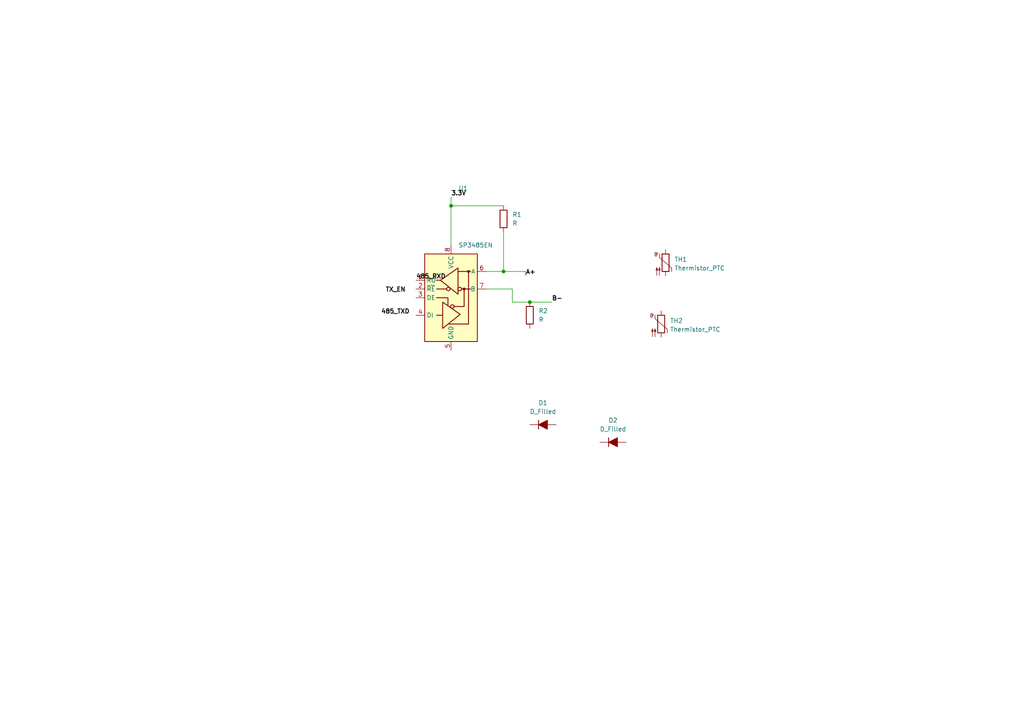
<source format=kicad_sch>
(kicad_sch (version 20250114) (generator "eeschema") (generator_version "9.0")
  (paper "A4")
  (lib_symbols
    (symbol "Device:D_Filled" (pin_numbers (hide yes)) (pin_names (offset 1.016) (hide yes))
      (property "Reference" "D" (at 0 2.54 0))
      (property "Value" "D_Filled" (at 0 -2.54 0))
      (symbol "D_Filled_0_1"
        (polyline (pts (xy -1.27 1.27) (xy -1.27 -1.27)) (stroke (width 0.254)))
        (polyline (pts (xy 1.27 1.27) (xy 1.27 -1.27) (xy -1.27 0) (xy 1.27 1.27)) (stroke (width 0.254)) (fill (type outline)))
        (polyline (pts (xy 1.27 0) (xy -1.27 0)))
      )
      (symbol "D_Filled_1_1"
        (pin passive line (at -3.81 0 0) (length 2.54) (name "K") (number "1"))
        (pin passive line (at 3.81 0 180) (length 2.54) (name "A") (number "2"))
      )
    )
    (symbol "Device:R" (pin_numbers (hide yes)) (pin_names (offset 0))
      (property "Reference" "R" (at 2.032 0 90))
      (property "Value" "R" (at 0 0 90))
      (symbol "R_0_1"
        (rectangle (start -1.016 -2.54) (end 1.016 2.54) (stroke (width 0.254)))
      )
      (symbol "R_1_1"
        (pin passive line (at 0 3.81 270) (length 1.27) (name "~") (number "1"))
        (pin passive line (at 0 -3.81 90) (length 1.27) (name "~") (number "2"))
      )
    )
    (symbol "Device:Thermistor_PTC" (pin_numbers (hide yes)) (pin_names (offset 0))
      (property "Reference" "TH" (at -4.064 0 90))
      (property "Value" "Thermistor_PTC" (at 3.048 0 90))
      (symbol "Thermistor_PTC_0_1"
        (arc (start -3.175 2.413) (mid -3.0506 2.3165) (end -3.048 2.159))
        (arc (start -3.048 2.794) (mid -2.9736 2.9736) (end -2.794 3.048))
        (arc (start -2.794 3.048) (mid -2.6144 2.9736) (end -2.54 2.794))
        (arc (start -2.794 2.54) (mid -2.9736 2.6144) (end -3.048 2.794))
        (arc (start -2.794 1.905) (mid -2.9736 1.9794) (end -3.048 2.159))
        (arc (start -2.54 2.159) (mid -2.6144 1.9794) (end -2.794 1.905))
        (arc (start -2.159 2.794) (mid -2.434 2.5608) (end -2.794 2.54))
        (polyline (pts (xy -2.54 2.159) (xy -2.54 2.794)))
        (polyline (pts (xy -2.54 -3.683) (xy -2.54 -1.397) (xy -2.794 -2.159) (xy -2.286 -2.159) (xy -2.54 -1.397) (xy -2.54 -1.651)) (fill (type outline)))
        (polyline (pts (xy -1.778 2.54) (xy -1.778 1.524) (xy 1.778 -1.524) (xy 1.778 -2.54)))
        (polyline (pts (xy -1.778 -3.683) (xy -1.778 -1.397) (xy -2.032 -2.159) (xy -1.524 -2.159) (xy -1.778 -1.397) (xy -1.778 -1.651)) (fill (type outline)))
        (rectangle (start -1.016 2.54) (end 1.016 -2.54) (stroke (width 0.254)))
      )
      (symbol "Thermistor_PTC_1_1"
        (pin passive line (at 0 3.81 270) (length 1.27) (name "~") (number "1"))
        (pin passive line (at 0 -3.81 90) (length 1.27) (name "~") (number "2"))
      )
    )
    (symbol "Interface_UART:SP3485EN"
      (property "Reference" "U" (at -7.62 13.97 0))
      (property "Value" "SP3485EN" (at 1.905 13.97 0))
      (symbol "SP3485EN_0_1"
        (rectangle (start -7.62 12.7) (end 7.62 -12.7) (stroke (width 0.254)) (fill (type background)))
        (polyline (pts (xy -4.191 2.54) (xy -1.27 2.54)) (stroke (width 0.254)))
        (polyline (pts (xy -4.191 0) (xy -0.889 0) (xy -0.889 -2.286)) (stroke (width 0.254)))
        (polyline (pts (xy -3.175 5.08) (xy -4.191 5.08) (xy -4.064 5.08)) (stroke (width 0.254)))
        (polyline (pts (xy -2.54 -5.08) (xy -4.191 -5.08)) (stroke (width 0.254)))
        (polyline (pts (xy -2.413 -5.08) (xy -2.413 -1.27) (xy 2.667 -4.826) (xy -2.413 -8.89) (xy -2.413 -5.08)) (stroke (width 0.254)))
        (polyline (pts (xy -0.635 -7.62) (xy 5.08 -7.62)) (stroke (width 0.254)))
        (circle (center 0.381 -2.54) (radius 0.508) (stroke (width 0.254)))
        (polyline (pts (xy 0.889 -2.54) (xy 3.81 -2.54)) (stroke (width 0.254)))
        (polyline (pts (xy 2.032 7.62) (xy 5.715 7.62)) (stroke (width 0.254)))
        (polyline (pts (xy 3.048 2.54) (xy 5.715 2.54)) (stroke (width 0.254)))
        (circle (center 3.81 2.54) (radius 0.2794) (stroke (width 0.254)) (fill (type outline)))
        (polyline (pts (xy 3.81 -2.54) (xy 3.81 2.54)) (stroke (width 0.254)))
        (polyline (pts (xy 5.08 -7.62) (xy 5.08 7.62)) (stroke (width 0.254)))
      )
      (symbol "SP3485EN_1_1"
        (circle (center -0.762 2.54) (radius 0.508) (stroke (width 0.254)))
        (polyline (pts (xy 2.032 4.826) (xy 2.032 8.636) (xy -3.048 5.08) (xy 2.032 1.016) (xy 2.032 4.826)) (stroke (width 0.254)))
        (circle (center 2.54 2.54) (radius 0.508) (stroke (width 0.254)))
        (circle (center 5.08 7.62) (radius 0.2794) (stroke (width 0.254)) (fill (type outline)))
        (pin output line (at -10.16 5.08 0) (length 2.54) (name "RO") (number "1"))
        (pin input line (at -10.16 2.54 0) (length 2.54) (name "~{RE}") (number "2"))
        (pin input line (at -10.16 0 0) (length 2.54) (name "DE") (number "3"))
        (pin input line (at -10.16 -5.08 0) (length 2.54) (name "DI") (number "4"))
        (pin power_in line (at 0 15.24 270) (length 2.54) (name "VCC") (number "8"))
        (pin power_in line (at 0 -15.24 90) (length 2.54) (name "GND") (number "5"))
        (pin bidirectional line (at 10.16 7.62 180) (length 2.54) (name "A") (number "6"))
        (pin bidirectional line (at 10.16 2.54 180) (length 2.54) (name "B") (number "7"))
      )
    )
  )
  (junction (at 130.81 59.69))
  (junction (at 146.05 78.74))
  (junction (at 153.67 87.63))
  (wire (pts (xy 153.67 87.63) (xy 160.02 87.63)))
  (wire (pts (xy 130.81 59.69) (xy 146.05 59.69)))
  (wire (pts (xy 152.4 78.74) (xy 152.4 80.01)))
  (wire (pts (xy 148.59 87.63) (xy 153.67 87.63)))
  (wire (pts (xy 148.59 83.82) (xy 148.59 87.63)))
  (wire (pts (xy 146.05 67.31) (xy 146.05 78.74)))
  (wire (pts (xy 146.05 78.74) (xy 152.4 78.74)))
  (wire (pts (xy 130.81 57.15) (xy 130.81 59.69)))
  (wire (pts (xy 130.81 59.69) (xy 130.81 71.12)))
  (wire (pts (xy 140.97 83.82) (xy 148.59 83.82)))
  (wire (pts (xy 140.97 78.74) (xy 146.05 78.74)))
  (label "TX_EN" (at 111.76 85.09 0) (effects (font (thickness 0.254) (bold yes))))
  (label "A+" (at 152.4 80.01 0) (effects (font (thickness 0.254) (bold yes))))
  (label "485_TXD" (at 110.49 91.44 0) (effects (font (thickness 0.254) (bold yes))))
  (label "B-" (at 160.02 87.63 0) (effects (font (thickness 0.254) (bold yes))))
  (label "485_RXD" (at 120.65 81.28 0) (effects (font (thickness 0.254) (bold yes))))
  (label "3.3V" (at 130.81 57.15 0) (effects (font (thickness 0.254) (bold yes))))
  (symbol (lib_id "Device:Thermistor_PTC") (at 191.77 93.98 0) (unit 1)
    (property "Reference" "TH2" (at 194.31 93.0274 0) (effects (justify left)))
    (property "Value" "Thermistor_PTC" (at 194.31 95.5674 0) (effects (justify left)))
    (property "Description" "Temperature dependent resistor, positive temperature coefficient" (effects (hide yes)))
  )
  (symbol (lib_id "Device:D_Filled") (at 157.48 123.19 0) (unit 1)
    (property "Reference" "D1" (at 157.48 116.84 0))
    (property "Value" "D_Filled" (at 157.48 119.38 0))
    (property "Description" "Diode, filled shape" (effects (hide yes)))
    (property "Sim.Device" "D" (effects (hide yes)))
    (property "Sim.Pins" "1=K 2=A" (effects (hide yes)))
  )
  (symbol (lib_id "Interface_UART:SP3485EN") (at 130.81 86.36 0) (unit 1)
    (property "Reference" "U1" (at 132.9533 54.61 0) (effects (justify left)))
    (property "Value" "SP3485EN" (at 132.9533 71.12 0) (effects (justify left)))
    (property "Footprint" "Package_SO:SOIC-8_3.9x4.9mm_P1.27mm" (effects (hide yes)))
    (property "Datasheet" "http://www.icbase.com/pdf/SPX/SPX00480106.pdf" (effects (hide yes)))
    (property "Description" "Industrial 3.3V Low Power Half-Duplex RS-485 Transceiver 10Mbps, SOIC-8" (effects (hide yes)))
  )
  (symbol (lib_id "Device:R") (at 153.67 91.44 0) (unit 1)
    (property "Reference" "R2" (at 156.21 90.1699 0) (effects (justify left)))
    (property "Value" "R" (at 156.21 92.7099 0) (effects (justify left)))
    (property "Description" "Resistor" (effects (hide yes)))
  )
  (symbol (lib_id "Device:Thermistor_PTC") (at 193.04 76.2 0) (unit 1)
    (property "Reference" "TH1" (at 195.58 75.2474 0) (effects (justify left)))
    (property "Value" "Thermistor_PTC" (at 195.58 77.7874 0) (effects (justify left)))
    (property "Description" "Temperature dependent resistor, positive temperature coefficient" (effects (hide yes)))
  )
  (symbol (lib_id "Device:D_Filled") (at 177.8 128.27 0) (unit 1)
    (property "Reference" "D2" (at 177.8 121.92 0))
    (property "Value" "D_Filled" (at 177.8 124.46 0))
    (property "Description" "Diode, filled shape" (effects (hide yes)))
    (property "Sim.Device" "D" (effects (hide yes)))
    (property "Sim.Pins" "1=K 2=A" (effects (hide yes)))
  )
  (symbol (lib_id "Device:R") (at 146.05 63.5 0) (unit 1)
    (property "Reference" "R1" (at 148.59 62.2299 0) (effects (justify left)))
    (property "Value" "R" (at 148.59 64.7699 0) (effects (justify left)))
    (property "Description" "Resistor" (effects (hide yes)))
  )
)
</source>
